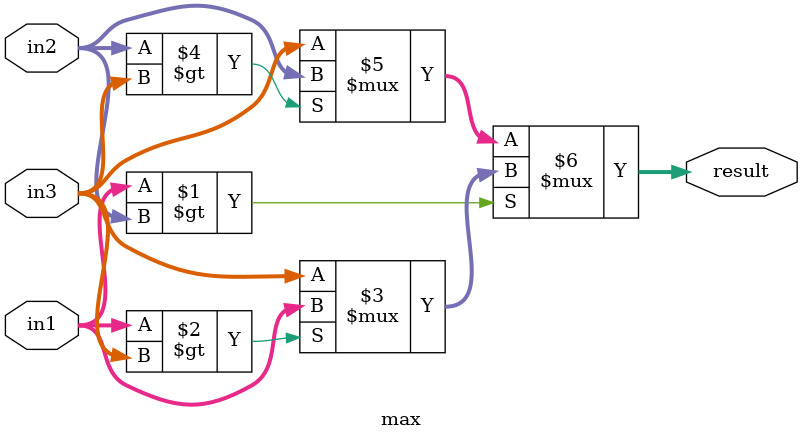
<source format=v>
`timescale 1ns / 1ps

module max # ( 
	parameter WIDTH = 11
	)
	(
	input [WIDTH - 1:0] in1,
	input [WIDTH - 1:0] in2,
	input [WIDTH - 1:0] in3,
	
	output [WIDTH - 1:0] result
	);


assign result = (in1 > in2) ? ((in1 > in3) ? in1 : in3) : ((in2 > in3) ? in2 : in3);

endmodule

</source>
